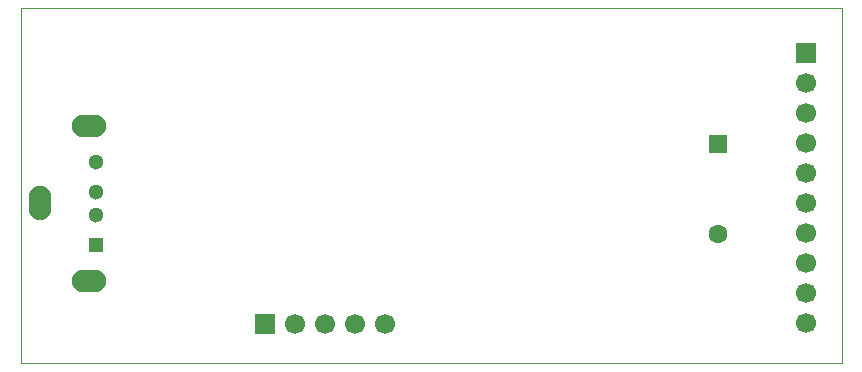
<source format=gbr>
%TF.GenerationSoftware,KiCad,Pcbnew,9.0.2*%
%TF.CreationDate,2025-10-23T03:25:40+03:00*%
%TF.ProjectId,stlinkv2,73746c69-6e6b-4763-922e-6b696361645f,rev?*%
%TF.SameCoordinates,Original*%
%TF.FileFunction,Soldermask,Bot*%
%TF.FilePolarity,Negative*%
%FSLAX46Y46*%
G04 Gerber Fmt 4.6, Leading zero omitted, Abs format (unit mm)*
G04 Created by KiCad (PCBNEW 9.0.2) date 2025-10-23 03:25:40*
%MOMM*%
%LPD*%
G01*
G04 APERTURE LIST*
G04 Aperture macros list*
%AMRoundRect*
0 Rectangle with rounded corners*
0 $1 Rounding radius*
0 $2 $3 $4 $5 $6 $7 $8 $9 X,Y pos of 4 corners*
0 Add a 4 corners polygon primitive as box body*
4,1,4,$2,$3,$4,$5,$6,$7,$8,$9,$2,$3,0*
0 Add four circle primitives for the rounded corners*
1,1,$1+$1,$2,$3*
1,1,$1+$1,$4,$5*
1,1,$1+$1,$6,$7*
1,1,$1+$1,$8,$9*
0 Add four rect primitives between the rounded corners*
20,1,$1+$1,$2,$3,$4,$5,0*
20,1,$1+$1,$4,$5,$6,$7,0*
20,1,$1+$1,$6,$7,$8,$9,0*
20,1,$1+$1,$8,$9,$2,$3,0*%
G04 Aperture macros list end*
%ADD10R,1.300000X1.300000*%
%ADD11C,1.300000*%
%ADD12O,2.900000X1.900000*%
%ADD13O,1.900000X2.900000*%
%ADD14R,1.700000X1.700000*%
%ADD15C,1.700000*%
%ADD16RoundRect,0.250000X-0.550000X0.550000X-0.550000X-0.550000X0.550000X-0.550000X0.550000X0.550000X0*%
%ADD17C,1.600000*%
%TA.AperFunction,Profile*%
%ADD18C,0.050000*%
%TD*%
G04 APERTURE END LIST*
D10*
%TO.C,J4*%
X57385000Y-39000000D03*
D11*
X57385000Y-36500000D03*
X57385000Y-34500000D03*
X57385000Y-32000000D03*
D12*
X56785000Y-42070000D03*
D13*
X52605000Y-35500000D03*
D12*
X56785000Y-28930000D03*
%TD*%
D14*
%TO.C,J2*%
X71670000Y-45750000D03*
D15*
X74210000Y-45750000D03*
X76750000Y-45750000D03*
X79290000Y-45750000D03*
X81830000Y-45750000D03*
%TD*%
D14*
%TO.C,J1*%
X117500000Y-22750000D03*
D15*
X117500000Y-25290000D03*
X117500000Y-27830000D03*
X117500000Y-30370000D03*
X117500000Y-32910000D03*
X117500000Y-35450000D03*
X117500000Y-37990000D03*
X117500000Y-40530000D03*
X117500000Y-43070000D03*
X117500000Y-45610000D03*
%TD*%
D16*
%TO.C,SW1*%
X110000000Y-30500000D03*
D17*
X110000000Y-38120000D03*
%TD*%
D18*
X51000000Y-19000000D02*
X120500000Y-19000000D01*
X120500000Y-49000000D01*
X51000000Y-49000000D01*
X51000000Y-19000000D01*
M02*

</source>
